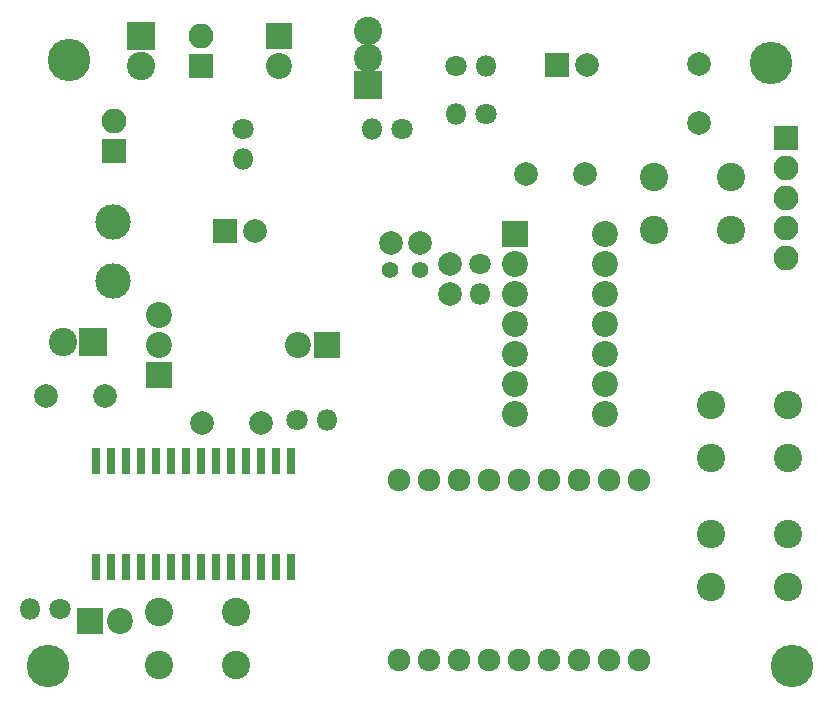
<source format=gts>
G04 #@! TF.FileFunction,Soldermask,Top*
%FSLAX46Y46*%
G04 Gerber Fmt 4.6, Leading zero omitted, Abs format (unit mm)*
G04 Created by KiCad (PCBNEW 4.0.7) date 06/25/18 21:51:06*
%MOMM*%
%LPD*%
G01*
G04 APERTURE LIST*
%ADD10C,0.150000*%
%ADD11C,1.924000*%
%ADD12C,1.800000*%
%ADD13O,1.800000X1.800000*%
%ADD14C,2.400000*%
%ADD15C,3.600000*%
%ADD16R,0.800000X2.270000*%
%ADD17R,2.200000X2.200000*%
%ADD18C,2.200000*%
%ADD19R,2.000000X2.000000*%
%ADD20C,2.000000*%
%ADD21R,2.400000X2.400000*%
%ADD22R,2.100000X2.100000*%
%ADD23O,2.100000X2.100000*%
%ADD24C,1.400000*%
%ADD25C,3.000000*%
G04 APERTURE END LIST*
D10*
D11*
X74422000Y-70866000D03*
X71882000Y-70866000D03*
X69342000Y-70866000D03*
X66802000Y-70866000D03*
X64262000Y-70866000D03*
X76962000Y-70866000D03*
X79502000Y-70866000D03*
X82042000Y-70866000D03*
X84582000Y-70866000D03*
X74422000Y-86106000D03*
X71882000Y-86106000D03*
X69342000Y-86106000D03*
X66802000Y-86106000D03*
X64262000Y-86106000D03*
X76962000Y-86106000D03*
X79502000Y-86106000D03*
X82042000Y-86106000D03*
X84582000Y-86106000D03*
D12*
X71628000Y-39878000D03*
D13*
X69088000Y-39878000D03*
D14*
X90678000Y-79938000D03*
X90678000Y-75438000D03*
X97178000Y-79938000D03*
X97178000Y-75438000D03*
D15*
X97536000Y-86614000D03*
D16*
X38608000Y-78232000D03*
X39878000Y-78232000D03*
X41148000Y-78232000D03*
X42418000Y-78232000D03*
X43688000Y-78232000D03*
X44958000Y-78232000D03*
X46228000Y-78232000D03*
X47498000Y-78232000D03*
X48768000Y-78232000D03*
X50038000Y-78232000D03*
X51308000Y-78232000D03*
X52578000Y-78232000D03*
X53848000Y-78232000D03*
X55118000Y-78232000D03*
X55118000Y-69232000D03*
X53848000Y-69232000D03*
X52578000Y-69232000D03*
X51308000Y-69232000D03*
X50038000Y-69232000D03*
X48768000Y-69232000D03*
X47498000Y-69232000D03*
X46228000Y-69232000D03*
X44958000Y-69232000D03*
X43688000Y-69232000D03*
X42418000Y-69232000D03*
X41148000Y-69232000D03*
X39878000Y-69232000D03*
X38608000Y-69232000D03*
D17*
X43942000Y-61976000D03*
D18*
X43942000Y-59436000D03*
X43942000Y-56896000D03*
D19*
X49530000Y-49784000D03*
D20*
X52030000Y-49784000D03*
D14*
X90678000Y-69016000D03*
X90678000Y-64516000D03*
X97178000Y-69016000D03*
X97178000Y-64516000D03*
X43942000Y-86542000D03*
X43942000Y-82042000D03*
X50442000Y-86542000D03*
X50442000Y-82042000D03*
D19*
X77597000Y-35750500D03*
D20*
X80097000Y-35750500D03*
X80000000Y-45000000D03*
X75000000Y-45000000D03*
X89662000Y-40640000D03*
X89662000Y-35640000D03*
X66040000Y-50800000D03*
X63540000Y-50800000D03*
X68580000Y-55118000D03*
X68580000Y-52618000D03*
X39370000Y-63754000D03*
X34370000Y-63754000D03*
D17*
X58166000Y-59436000D03*
D18*
X55666000Y-59436000D03*
D17*
X54102000Y-33274000D03*
D18*
X54102000Y-35774000D03*
D21*
X42418000Y-33274000D03*
D14*
X42418000Y-35814000D03*
D21*
X38354000Y-59182000D03*
D14*
X35814000Y-59182000D03*
D22*
X40068500Y-43053000D03*
D23*
X40068500Y-40513000D03*
D22*
X47498000Y-35814000D03*
D23*
X47498000Y-33274000D03*
D22*
X97028000Y-41910000D03*
D23*
X97028000Y-44450000D03*
X97028000Y-46990000D03*
X97028000Y-49530000D03*
X97028000Y-52070000D03*
D17*
X38100000Y-82804000D03*
D18*
X40640000Y-82804000D03*
D21*
X61595000Y-37465000D03*
D14*
X61595000Y-35165000D03*
X61595000Y-32865000D03*
D12*
X51054000Y-41148000D03*
D13*
X51054000Y-43688000D03*
D12*
X64516000Y-41148000D03*
D13*
X61976000Y-41148000D03*
D12*
X69088000Y-35814000D03*
D13*
X71628000Y-35814000D03*
D12*
X71120000Y-52578000D03*
D13*
X71120000Y-55118000D03*
D12*
X35560000Y-81788000D03*
D13*
X33020000Y-81788000D03*
D14*
X85852000Y-49712000D03*
X85852000Y-45212000D03*
X92352000Y-49712000D03*
X92352000Y-45212000D03*
D17*
X74000000Y-50000000D03*
D18*
X74000000Y-52540000D03*
X74000000Y-55080000D03*
X74000000Y-57620000D03*
X74000000Y-60160000D03*
X74000000Y-62700000D03*
X74000000Y-65240000D03*
X81620000Y-65240000D03*
X81620000Y-62700000D03*
X81620000Y-60160000D03*
X81620000Y-57620000D03*
X81620000Y-55080000D03*
X81620000Y-52540000D03*
X81620000Y-50000000D03*
D24*
X63500000Y-53086000D03*
X66040000Y-53086000D03*
D12*
X55626000Y-65786000D03*
D13*
X58166000Y-65786000D03*
D25*
X40000000Y-49000000D03*
X40000000Y-54000000D03*
D20*
X52578000Y-66040000D03*
X47578000Y-66040000D03*
D15*
X95758000Y-35560000D03*
X36322000Y-35306000D03*
X34544000Y-86614000D03*
M02*

</source>
